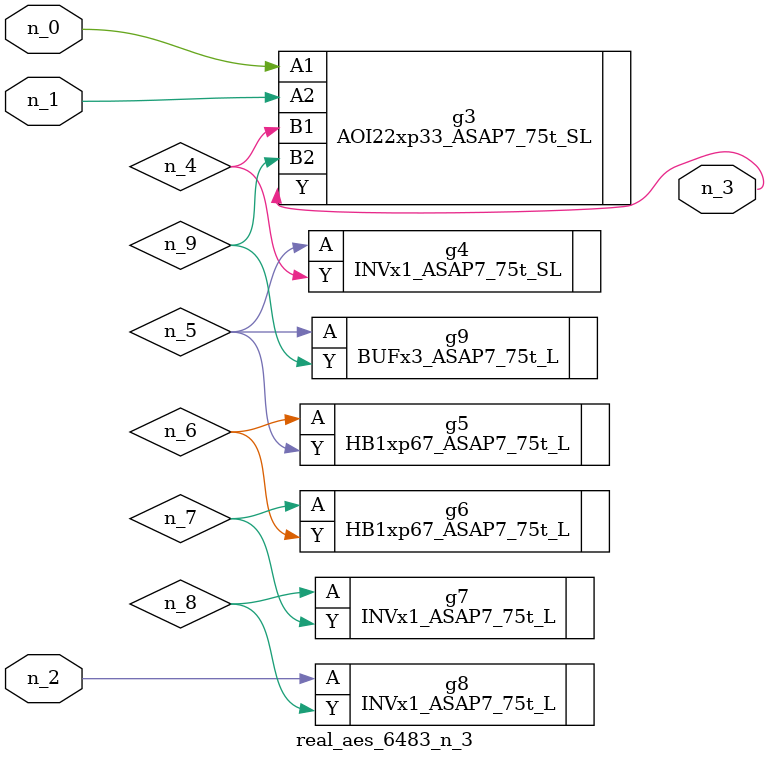
<source format=v>
module real_aes_6483_n_3 (n_0, n_2, n_1, n_3);
input n_0;
input n_2;
input n_1;
output n_3;
wire n_4;
wire n_5;
wire n_7;
wire n_9;
wire n_6;
wire n_8;
AOI22xp33_ASAP7_75t_SL g3 ( .A1(n_0), .A2(n_1), .B1(n_4), .B2(n_9), .Y(n_3) );
INVx1_ASAP7_75t_L g8 ( .A(n_2), .Y(n_8) );
INVx1_ASAP7_75t_SL g4 ( .A(n_5), .Y(n_4) );
BUFx3_ASAP7_75t_L g9 ( .A(n_5), .Y(n_9) );
HB1xp67_ASAP7_75t_L g5 ( .A(n_6), .Y(n_5) );
HB1xp67_ASAP7_75t_L g6 ( .A(n_7), .Y(n_6) );
INVx1_ASAP7_75t_L g7 ( .A(n_8), .Y(n_7) );
endmodule
</source>
